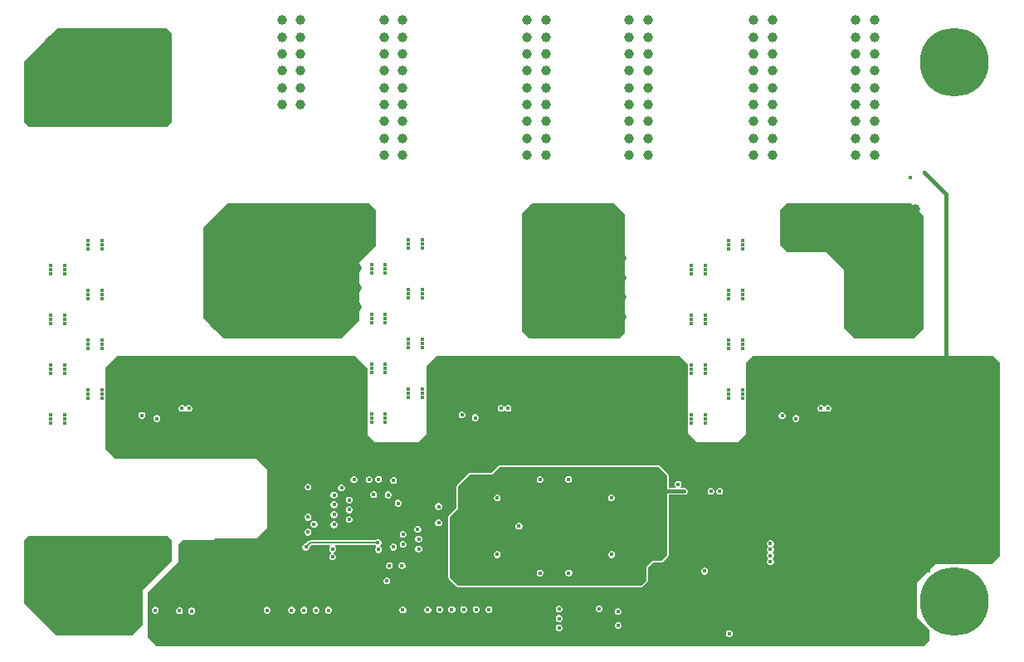
<source format=gbr>
%TF.GenerationSoftware,Altium Limited,Altium Designer,24.0.1 (36)*%
G04 Layer_Physical_Order=2*
G04 Layer_Color=36540*
%FSLAX45Y45*%
%MOMM*%
%TF.SameCoordinates,AD55DBC5-7C0D-423F-88F8-B269A012BA9E*%
%TF.FilePolarity,Positive*%
%TF.FileFunction,Copper,L2,Inr,Signal*%
%TF.Part,Single*%
G01*
G75*
%TA.AperFunction,Conductor*%
%ADD48C,0.20320*%
%ADD49C,0.38100*%
%TA.AperFunction,ComponentPad*%
%ADD54C,0.40000*%
%ADD55C,1.00000*%
%ADD56C,7.00000*%
%ADD57C,1.01600*%
%TA.AperFunction,ViaPad*%
%ADD58C,1.00000*%
%ADD59C,0.40000*%
G36*
X1453514Y6349988D02*
X1511220Y6292282D01*
Y5381534D01*
X1465126Y5335440D01*
X55062D01*
X10794Y5379708D01*
Y6010198D01*
X350584Y6349988D01*
X1453514Y6349988D01*
D02*
G37*
G36*
X6139180Y4452620D02*
X6139180Y3238500D01*
X6083300Y3182620D01*
X5158740D01*
X5087620Y3253740D01*
Y4460240D01*
X5189220Y4561840D01*
X6029960D01*
X6139180Y4452620D01*
D02*
G37*
G36*
X3600024Y4489876D02*
X3600024Y4130884D01*
X3431540Y3962400D01*
Y3368040D01*
X3246120Y3182620D01*
X2042160D01*
X1836420Y3388360D01*
Y4312920D01*
X2087880Y4564380D01*
X3525520D01*
X3600024Y4489876D01*
D02*
G37*
G36*
X9187180Y4432300D02*
X9187179Y3281679D01*
X9088120Y3182620D01*
X8481060D01*
X8369300Y3294380D01*
Y3883660D01*
X8191500Y4061460D01*
X7787640D01*
X7715876Y4133224D01*
Y4487536D01*
X7790180Y4561840D01*
X9057640D01*
X9187180Y4432300D01*
D02*
G37*
G36*
X9959943Y2938177D02*
Y955643D01*
X9880600Y876300D01*
X9306560D01*
X9116060Y685800D01*
Y335280D01*
X9240520Y210820D01*
Y96520D01*
X9183442Y39442D01*
X1357558D01*
X1272540Y124459D01*
Y589276D01*
X1582420Y899162D01*
Y1076960D01*
X1625756Y1120296D01*
X1919486Y1120297D01*
X1934352Y1123254D01*
X1946954Y1131675D01*
X1952824Y1140460D01*
X2375263Y1140460D01*
X2484120Y1249317D01*
Y1841500D01*
X2372360Y1953260D01*
X939800D01*
X840740Y2052320D01*
Y2887980D01*
X952500Y2999740D01*
X3388360Y2999740D01*
X3510280Y2877820D01*
X3510280Y2197100D01*
X3583940Y2123440D01*
X4030980D01*
X4109720Y2202180D01*
Y2893060D01*
X4216400Y2999740D01*
X6695440D01*
X6776720Y2918460D01*
Y2214880D01*
X6868163Y2123437D01*
X7289797D01*
X7376160Y2209800D01*
Y2933700D01*
X7442200Y2999740D01*
X9898380D01*
X9959943Y2938177D01*
D02*
G37*
G36*
X1510121Y1122528D02*
Y900521D01*
X1221740Y612140D01*
Y259080D01*
X1112520Y149860D01*
X340360D01*
X10160Y480060D01*
Y1122680D01*
X53340Y1165860D01*
X1466789D01*
X1510121Y1122528D01*
D02*
G37*
%LPC*%
G36*
X8216290Y2501580D02*
X8202270D01*
X8189318Y2496215D01*
X8181085Y2487982D01*
X8173720Y2487034D01*
X8166355Y2487982D01*
X8158122Y2496215D01*
X8145170Y2501580D01*
X8131150D01*
X8118198Y2496215D01*
X8108285Y2486302D01*
X8102920Y2473350D01*
Y2459330D01*
X8108285Y2446378D01*
X8118198Y2436465D01*
X8131150Y2431100D01*
X8145170D01*
X8158122Y2436465D01*
X8166355Y2444698D01*
X8173720Y2445646D01*
X8181085Y2444698D01*
X8189318Y2436465D01*
X8202270Y2431100D01*
X8216290D01*
X8229242Y2436465D01*
X8239155Y2446378D01*
X8244520Y2459330D01*
Y2473350D01*
X8239155Y2486302D01*
X8229242Y2496215D01*
X8216290Y2501580D01*
D02*
G37*
G36*
X4952170D02*
X4938150D01*
X4925198Y2496215D01*
X4916966Y2487982D01*
X4909600Y2487034D01*
X4902235Y2487982D01*
X4894002Y2496215D01*
X4881050Y2501580D01*
X4867030D01*
X4854078Y2496215D01*
X4844165Y2486302D01*
X4838800Y2473350D01*
Y2459330D01*
X4844165Y2446378D01*
X4854078Y2436465D01*
X4867030Y2431100D01*
X4881050D01*
X4894002Y2436465D01*
X4902235Y2444698D01*
X4909600Y2445646D01*
X4916966Y2444698D01*
X4925198Y2436465D01*
X4938150Y2431100D01*
X4952170D01*
X4965122Y2436465D01*
X4975035Y2446378D01*
X4980400Y2459330D01*
Y2473350D01*
X4975035Y2486302D01*
X4965122Y2496215D01*
X4952170Y2501580D01*
D02*
G37*
G36*
X1695890D02*
X1681870D01*
X1668918Y2496215D01*
X1660686Y2487982D01*
X1653320Y2487034D01*
X1645955Y2487982D01*
X1637722Y2496215D01*
X1624770Y2501580D01*
X1610750D01*
X1597798Y2496215D01*
X1587885Y2486302D01*
X1582520Y2473350D01*
Y2459330D01*
X1587885Y2446378D01*
X1597798Y2436465D01*
X1610750Y2431100D01*
X1624770D01*
X1637722Y2436465D01*
X1645955Y2444698D01*
X1653320Y2445646D01*
X1660686Y2444698D01*
X1668918Y2436465D01*
X1681870Y2431100D01*
X1695890D01*
X1708842Y2436465D01*
X1718755Y2446378D01*
X1724120Y2459330D01*
Y2473350D01*
X1718755Y2486302D01*
X1708842Y2496215D01*
X1695890Y2501580D01*
D02*
G37*
G36*
X4482490Y2435540D02*
X4468470D01*
X4455518Y2430175D01*
X4445605Y2420262D01*
X4440240Y2407310D01*
Y2393290D01*
X4445605Y2380338D01*
X4455518Y2370425D01*
X4468470Y2365060D01*
X4482490D01*
X4495442Y2370425D01*
X4505355Y2380338D01*
X4510720Y2393290D01*
Y2407310D01*
X4505355Y2420262D01*
X4495442Y2430175D01*
X4482490Y2435540D01*
D02*
G37*
G36*
X1216050Y2430460D02*
X1202030D01*
X1189078Y2425095D01*
X1179165Y2415182D01*
X1173800Y2402230D01*
Y2388210D01*
X1179165Y2375258D01*
X1189078Y2365345D01*
X1202030Y2359980D01*
X1216050D01*
X1229002Y2365345D01*
X1238915Y2375258D01*
X1244280Y2388210D01*
Y2402230D01*
X1238915Y2415182D01*
X1229002Y2425095D01*
X1216050Y2430460D01*
D02*
G37*
G36*
X7748930Y2427920D02*
X7734910D01*
X7721958Y2422555D01*
X7712045Y2412642D01*
X7706680Y2399690D01*
Y2385670D01*
X7712045Y2372718D01*
X7721958Y2362805D01*
X7734910Y2357440D01*
X7748930D01*
X7761882Y2362805D01*
X7771795Y2372718D01*
X7777160Y2385670D01*
Y2399690D01*
X7771795Y2412642D01*
X7761882Y2422555D01*
X7748930Y2427920D01*
D02*
G37*
G36*
X4617110Y2406060D02*
X4603090D01*
X4590138Y2400695D01*
X4580225Y2390782D01*
X4574860Y2377830D01*
Y2363810D01*
X4580225Y2350858D01*
X4590138Y2340945D01*
X4603090Y2335580D01*
X4617110D01*
X4630062Y2340945D01*
X4639975Y2350858D01*
X4645340Y2363810D01*
Y2377830D01*
X4639975Y2390782D01*
X4630062Y2400695D01*
X4617110Y2406060D01*
D02*
G37*
G36*
X7888630Y2397440D02*
X7874610D01*
X7861658Y2392075D01*
X7851745Y2382162D01*
X7846380Y2369210D01*
Y2355190D01*
X7851745Y2342238D01*
X7861658Y2332325D01*
X7874610Y2326960D01*
X7888630D01*
X7901582Y2332325D01*
X7911495Y2342238D01*
X7916860Y2355190D01*
Y2369210D01*
X7911495Y2382162D01*
X7901582Y2392075D01*
X7888630Y2397440D01*
D02*
G37*
G36*
X1368450D02*
X1354430D01*
X1341478Y2392075D01*
X1331565Y2382162D01*
X1326200Y2369210D01*
Y2355190D01*
X1331565Y2342238D01*
X1341478Y2332325D01*
X1354430Y2326960D01*
X1368450D01*
X1381402Y2332325D01*
X1391315Y2342238D01*
X1396680Y2355190D01*
Y2369210D01*
X1391315Y2382162D01*
X1381402Y2392075D01*
X1368450Y2397440D01*
D02*
G37*
G36*
X3631590Y1777680D02*
X3617570D01*
X3604618Y1772315D01*
X3594705Y1762402D01*
X3589340Y1749450D01*
Y1735430D01*
X3594705Y1722478D01*
X3604618Y1712565D01*
X3617570Y1707200D01*
X3631590D01*
X3644542Y1712565D01*
X3654455Y1722478D01*
X3659820Y1735430D01*
Y1749450D01*
X3654455Y1762402D01*
X3644542Y1772315D01*
X3631590Y1777680D01*
D02*
G37*
G36*
X3535070Y1775140D02*
X3521050D01*
X3508098Y1769775D01*
X3498185Y1759862D01*
X3492820Y1746910D01*
Y1732890D01*
X3498185Y1719938D01*
X3508098Y1710025D01*
X3521050Y1704660D01*
X3535070D01*
X3548022Y1710025D01*
X3557935Y1719938D01*
X3563300Y1732890D01*
Y1746910D01*
X3557935Y1759862D01*
X3548022Y1769775D01*
X3535070Y1775140D01*
D02*
G37*
G36*
X3380130D02*
X3366110D01*
X3353158Y1769775D01*
X3343245Y1759862D01*
X3337880Y1746910D01*
Y1732890D01*
X3343245Y1719938D01*
X3353158Y1710025D01*
X3366110Y1704660D01*
X3380130D01*
X3393082Y1710025D01*
X3402995Y1719938D01*
X3408360Y1732890D01*
Y1746910D01*
X3402995Y1759862D01*
X3393082Y1769775D01*
X3380130Y1775140D01*
D02*
G37*
G36*
X3783990Y1764980D02*
X3769970D01*
X3757018Y1759615D01*
X3747105Y1749702D01*
X3741740Y1736750D01*
Y1722730D01*
X3747105Y1709778D01*
X3757018Y1699865D01*
X3769970Y1694500D01*
X3783990D01*
X3796942Y1699865D01*
X3806855Y1709778D01*
X3812220Y1722730D01*
Y1736750D01*
X3806855Y1749702D01*
X3796942Y1759615D01*
X3783990Y1764980D01*
D02*
G37*
G36*
X2910470Y1698940D02*
X2896450D01*
X2883498Y1693575D01*
X2873585Y1683662D01*
X2868220Y1670710D01*
Y1656690D01*
X2873585Y1643738D01*
X2883498Y1633825D01*
X2896450Y1628460D01*
X2910470D01*
X2923422Y1633825D01*
X2933335Y1643738D01*
X2938700Y1656690D01*
Y1670710D01*
X2933335Y1683662D01*
X2923422Y1693575D01*
X2910470Y1698940D01*
D02*
G37*
G36*
X3253130Y1691320D02*
X3239110D01*
X3226158Y1685955D01*
X3216245Y1676042D01*
X3210880Y1663090D01*
Y1649070D01*
X3216245Y1636118D01*
X3226158Y1626205D01*
X3239110Y1620840D01*
X3253130D01*
X3266082Y1626205D01*
X3275995Y1636118D01*
X3281360Y1649070D01*
Y1663090D01*
X3275995Y1676042D01*
X3266082Y1685955D01*
X3253130Y1691320D01*
D02*
G37*
G36*
X7111390Y1655760D02*
X7097370D01*
X7084418Y1650395D01*
X7074505Y1640482D01*
X7069140Y1627530D01*
Y1613510D01*
X7074505Y1600558D01*
X7084418Y1590645D01*
X7097370Y1585280D01*
X7111390D01*
X7124342Y1590645D01*
X7134255Y1600558D01*
X7139620Y1613510D01*
Y1627530D01*
X7134255Y1640482D01*
X7124342Y1650395D01*
X7111390Y1655760D01*
D02*
G37*
G36*
X7022490D02*
X7008470D01*
X6995518Y1650395D01*
X6985605Y1640482D01*
X6980240Y1627530D01*
Y1613510D01*
X6985605Y1600558D01*
X6995518Y1590645D01*
X7008470Y1585280D01*
X7022490D01*
X7035442Y1590645D01*
X7045355Y1600558D01*
X7050720Y1613510D01*
Y1627530D01*
X7045355Y1640482D01*
X7035442Y1650395D01*
X7022490Y1655760D01*
D02*
G37*
G36*
X4859020Y1885936D02*
X4847356Y1881104D01*
X4778527Y1812276D01*
X4559300D01*
X4547636Y1807444D01*
X4425716Y1685524D01*
X4420884Y1673860D01*
Y1452093D01*
X4341896Y1373104D01*
X4337064Y1361440D01*
Y739140D01*
X4341896Y727476D01*
X4420636Y648736D01*
X4432300Y643904D01*
X6304280D01*
X6315944Y648736D01*
X6366744Y699536D01*
X6371576Y711200D01*
Y846607D01*
X6422873Y897904D01*
X6515100D01*
X6526764Y902736D01*
X6580104Y956076D01*
X6584936Y967740D01*
Y1585558D01*
X6733479D01*
X6734150Y1585280D01*
X6748170D01*
X6761122Y1590645D01*
X6771035Y1600558D01*
X6776400Y1613510D01*
Y1627530D01*
X6771035Y1640482D01*
X6761122Y1650395D01*
X6748170Y1655760D01*
X6734150D01*
X6733479Y1655482D01*
X6712175D01*
X6706915Y1668182D01*
X6710411Y1671678D01*
X6715776Y1684630D01*
Y1698650D01*
X6710411Y1711602D01*
X6700498Y1721515D01*
X6687546Y1726880D01*
X6673526D01*
X6660574Y1721515D01*
X6650661Y1711602D01*
X6645296Y1698650D01*
Y1684630D01*
X6650661Y1671678D01*
X6654157Y1668182D01*
X6648897Y1655482D01*
X6584936D01*
Y1780540D01*
X6580104Y1792204D01*
X6491205Y1881103D01*
X6479541Y1885935D01*
X4859020Y1885936D01*
D02*
G37*
G36*
X3581189Y1621915D02*
X3567170D01*
X3554218Y1616550D01*
X3544305Y1606637D01*
X3538940Y1593685D01*
Y1579666D01*
X3544305Y1566714D01*
X3554218Y1556801D01*
X3567170Y1551436D01*
X3581189D01*
X3594142Y1556801D01*
X3604055Y1566714D01*
X3609420Y1579666D01*
Y1593685D01*
X3604055Y1606637D01*
X3594142Y1616550D01*
X3581189Y1621915D01*
D02*
G37*
G36*
X3728581Y1618354D02*
X3714562D01*
X3701609Y1612989D01*
X3691696Y1603076D01*
X3686331Y1590123D01*
Y1576104D01*
X3691696Y1563152D01*
X3701609Y1553239D01*
X3714562Y1547874D01*
X3728581D01*
X3741533Y1553239D01*
X3751446Y1563152D01*
X3756811Y1576104D01*
Y1590123D01*
X3751446Y1603076D01*
X3741533Y1612989D01*
X3728581Y1618354D01*
D02*
G37*
G36*
X3176930Y1617660D02*
X3162910D01*
X3149958Y1612295D01*
X3140045Y1602382D01*
X3134680Y1589430D01*
Y1575410D01*
X3140045Y1562458D01*
X3149958Y1552545D01*
X3162910Y1547180D01*
X3176930D01*
X3189882Y1552545D01*
X3199795Y1562458D01*
X3205160Y1575410D01*
Y1589430D01*
X3199795Y1602382D01*
X3189882Y1612295D01*
X3176930Y1617660D01*
D02*
G37*
G36*
X3331870Y1566860D02*
X3317850D01*
X3304898Y1561495D01*
X3294985Y1551582D01*
X3289620Y1538630D01*
Y1524610D01*
X3294985Y1511658D01*
X3304898Y1501745D01*
X3317850Y1496380D01*
X3331870D01*
X3344822Y1501745D01*
X3354735Y1511658D01*
X3360100Y1524610D01*
Y1538630D01*
X3354735Y1551582D01*
X3344822Y1561495D01*
X3331870Y1566860D01*
D02*
G37*
G36*
X3829710Y1534080D02*
X3815690D01*
X3802738Y1528715D01*
X3792825Y1518802D01*
X3787460Y1505850D01*
Y1491830D01*
X3792825Y1478878D01*
X3802738Y1468965D01*
X3815690Y1463600D01*
X3829710D01*
X3842662Y1468965D01*
X3852575Y1478878D01*
X3857940Y1491830D01*
Y1505850D01*
X3852575Y1518802D01*
X3842662Y1528715D01*
X3829710Y1534080D01*
D02*
G37*
G36*
X3176930Y1518600D02*
X3162910D01*
X3149958Y1513235D01*
X3140045Y1503322D01*
X3134680Y1490370D01*
Y1476350D01*
X3140045Y1463398D01*
X3149958Y1453485D01*
X3162910Y1448120D01*
X3176930D01*
X3189882Y1453485D01*
X3199795Y1463398D01*
X3205160Y1476350D01*
Y1490370D01*
X3199795Y1503322D01*
X3189882Y1513235D01*
X3176930Y1518600D01*
D02*
G37*
G36*
X4243730Y1499820D02*
X4229710D01*
X4216758Y1494455D01*
X4206845Y1484542D01*
X4201480Y1471590D01*
Y1457570D01*
X4206845Y1444618D01*
X4216758Y1434705D01*
X4229710Y1429340D01*
X4243730D01*
X4256682Y1434705D01*
X4266595Y1444618D01*
X4271960Y1457570D01*
Y1471590D01*
X4266595Y1484542D01*
X4256682Y1494455D01*
X4243730Y1499820D01*
D02*
G37*
G36*
X3331870Y1467800D02*
X3317850D01*
X3304898Y1462435D01*
X3294985Y1452522D01*
X3289620Y1439570D01*
Y1425550D01*
X3294985Y1412598D01*
X3304898Y1402685D01*
X3317850Y1397320D01*
X3331870D01*
X3344822Y1402685D01*
X3354735Y1412598D01*
X3360100Y1425550D01*
Y1439570D01*
X3354735Y1452522D01*
X3344822Y1462435D01*
X3331870Y1467800D01*
D02*
G37*
G36*
X3176930Y1417000D02*
X3162910D01*
X3149958Y1411635D01*
X3140045Y1401722D01*
X3134680Y1388770D01*
Y1374750D01*
X3140045Y1361798D01*
X3149958Y1351885D01*
X3162910Y1346520D01*
X3176930D01*
X3189882Y1351885D01*
X3199795Y1361798D01*
X3205160Y1374750D01*
Y1388770D01*
X3199795Y1401722D01*
X3189882Y1411635D01*
X3176930Y1417000D01*
D02*
G37*
G36*
X2911630Y1391600D02*
X2897610D01*
X2884658Y1386235D01*
X2874745Y1376322D01*
X2869380Y1363370D01*
Y1349350D01*
X2874745Y1336398D01*
X2884658Y1326485D01*
X2897610Y1321120D01*
X2911630D01*
X2924582Y1326485D01*
X2934495Y1336398D01*
X2939860Y1349350D01*
Y1363370D01*
X2934495Y1376322D01*
X2924582Y1386235D01*
X2911630Y1391600D01*
D02*
G37*
G36*
X3331870Y1368740D02*
X3317850D01*
X3304898Y1363375D01*
X3294985Y1353462D01*
X3289620Y1340510D01*
Y1326490D01*
X3294985Y1313538D01*
X3304898Y1303625D01*
X3317850Y1298260D01*
X3331870D01*
X3344822Y1303625D01*
X3354735Y1313538D01*
X3360100Y1326490D01*
Y1340510D01*
X3354735Y1353462D01*
X3344822Y1363375D01*
X3331870Y1368740D01*
D02*
G37*
G36*
X4243730Y1334450D02*
X4229710D01*
X4216758Y1329085D01*
X4206845Y1319172D01*
X4201480Y1306220D01*
Y1292200D01*
X4206845Y1279248D01*
X4216758Y1269335D01*
X4229710Y1263970D01*
X4243730D01*
X4256682Y1269335D01*
X4266595Y1279248D01*
X4271960Y1292200D01*
Y1306220D01*
X4266595Y1319172D01*
X4256682Y1329085D01*
X4243730Y1334450D01*
D02*
G37*
G36*
X2972460Y1319210D02*
X2958440D01*
X2945488Y1313845D01*
X2935575Y1303932D01*
X2930210Y1290980D01*
Y1276960D01*
X2935575Y1264008D01*
X2945488Y1254095D01*
X2958440Y1248730D01*
X2972460D01*
X2985412Y1254095D01*
X2995325Y1264008D01*
X3000690Y1276960D01*
Y1290980D01*
X2995325Y1303932D01*
X2985412Y1313845D01*
X2972460Y1319210D01*
D02*
G37*
G36*
X3176930Y1315400D02*
X3162910D01*
X3149958Y1310035D01*
X3140045Y1300122D01*
X3134680Y1287170D01*
Y1273150D01*
X3140045Y1260198D01*
X3149958Y1250285D01*
X3162910Y1244920D01*
X3176930D01*
X3189882Y1250285D01*
X3199795Y1260198D01*
X3205160Y1273150D01*
Y1287170D01*
X3199795Y1300122D01*
X3189882Y1310035D01*
X3176930Y1315400D01*
D02*
G37*
G36*
X4030370Y1267140D02*
X4016350D01*
X4003398Y1261775D01*
X3993485Y1251862D01*
X3988120Y1238910D01*
Y1224890D01*
X3993485Y1211938D01*
X4003398Y1202025D01*
X4016350Y1196660D01*
X4030370D01*
X4043322Y1202025D01*
X4053235Y1211938D01*
X4058600Y1224890D01*
Y1238910D01*
X4053235Y1251862D01*
X4043322Y1261775D01*
X4030370Y1267140D01*
D02*
G37*
G36*
X2910470Y1239200D02*
X2896450D01*
X2883498Y1233835D01*
X2873585Y1223922D01*
X2868220Y1210970D01*
Y1196950D01*
X2873585Y1183998D01*
X2883498Y1174085D01*
X2896450Y1168720D01*
X2910470D01*
X2923422Y1174085D01*
X2933335Y1183998D01*
X2938700Y1196950D01*
Y1210970D01*
X2933335Y1223922D01*
X2923422Y1233835D01*
X2910470Y1239200D01*
D02*
G37*
G36*
X3880510Y1216340D02*
X3866490D01*
X3853538Y1210975D01*
X3843625Y1201062D01*
X3838260Y1188110D01*
Y1174090D01*
X3843625Y1161138D01*
X3853538Y1151225D01*
X3866490Y1145860D01*
X3880510D01*
X3893462Y1151225D01*
X3903375Y1161138D01*
X3908740Y1174090D01*
Y1188110D01*
X3903375Y1201062D01*
X3893462Y1210975D01*
X3880510Y1216340D01*
D02*
G37*
G36*
X4040530Y1168080D02*
X4026510D01*
X4013558Y1162715D01*
X4003645Y1152802D01*
X3998280Y1139850D01*
Y1125830D01*
X4003645Y1112878D01*
X4013558Y1102965D01*
X4026510Y1097600D01*
X4040530D01*
X4053482Y1102965D01*
X4063395Y1112878D01*
X4068760Y1125830D01*
Y1139850D01*
X4063395Y1152802D01*
X4053482Y1162715D01*
X4040530Y1168080D01*
D02*
G37*
G36*
X3880510Y1114740D02*
X3866490D01*
X3853538Y1109375D01*
X3843625Y1099462D01*
X3838260Y1086510D01*
Y1072490D01*
X3843625Y1059538D01*
X3853538Y1049625D01*
X3866490Y1044260D01*
X3880510D01*
X3893462Y1049625D01*
X3903375Y1059538D01*
X3908740Y1072490D01*
Y1086510D01*
X3903375Y1099462D01*
X3893462Y1109375D01*
X3880510Y1114740D01*
D02*
G37*
G36*
X3782274Y1086653D02*
X3768255D01*
X3755303Y1081288D01*
X3745390Y1071375D01*
X3740025Y1058423D01*
Y1044403D01*
X3745390Y1031451D01*
X3755303Y1021538D01*
X3768255Y1016173D01*
X3782274D01*
X3795226Y1021538D01*
X3805139Y1031451D01*
X3810504Y1044403D01*
Y1058423D01*
X3805139Y1071375D01*
X3795226Y1081288D01*
X3782274Y1086653D01*
D02*
G37*
G36*
X4040530Y1066480D02*
X4026510D01*
X4013558Y1061115D01*
X4003645Y1051202D01*
X3998280Y1038250D01*
Y1024230D01*
X4003645Y1011278D01*
X4013558Y1001365D01*
X4026510Y996000D01*
X4040530D01*
X4053482Y1001365D01*
X4063395Y1011278D01*
X4068760Y1024230D01*
Y1038250D01*
X4063395Y1051202D01*
X4053482Y1061115D01*
X4040530Y1066480D01*
D02*
G37*
G36*
X3623970Y1129980D02*
X3609950D01*
X3596998Y1124615D01*
X3593021Y1120638D01*
X2925840D01*
X2915930Y1118666D01*
X2907528Y1113052D01*
X2881275Y1086800D01*
X2875651D01*
X2862698Y1081435D01*
X2852785Y1071522D01*
X2847420Y1058570D01*
Y1044550D01*
X2852785Y1031598D01*
X2862698Y1021685D01*
X2875651Y1016320D01*
X2889670D01*
X2902622Y1021685D01*
X2912535Y1031598D01*
X2917900Y1044550D01*
Y1050175D01*
X2936567Y1068842D01*
X3124154D01*
X3129415Y1056142D01*
X3124474Y1051202D01*
X3119109Y1038250D01*
Y1024230D01*
X3124474Y1011278D01*
X3134387Y1001365D01*
X3140717Y998743D01*
Y984997D01*
X3134387Y982375D01*
X3124474Y972462D01*
X3119109Y959510D01*
Y945490D01*
X3124474Y932538D01*
X3134387Y922625D01*
X3147339Y917260D01*
X3161359D01*
X3174311Y922625D01*
X3184224Y932538D01*
X3189589Y945490D01*
Y959510D01*
X3184224Y972462D01*
X3174311Y982375D01*
X3167981Y984997D01*
Y998743D01*
X3174311Y1001365D01*
X3184224Y1011278D01*
X3189589Y1024230D01*
Y1038250D01*
X3184224Y1051202D01*
X3179283Y1056142D01*
X3184544Y1068842D01*
X3593021D01*
X3595734Y1066129D01*
X3597006Y1064363D01*
X3597223Y1051025D01*
X3592768Y1046570D01*
X3587403Y1033618D01*
Y1019599D01*
X3592768Y1006646D01*
X3602681Y996733D01*
X3615633Y991368D01*
X3629653D01*
X3642605Y996733D01*
X3652518Y1006646D01*
X3657883Y1019599D01*
Y1033618D01*
X3652518Y1046570D01*
X3643869Y1055219D01*
X3642597Y1056986D01*
X3642380Y1070323D01*
X3646835Y1074778D01*
X3652200Y1087730D01*
Y1101750D01*
X3646835Y1114702D01*
X3636922Y1124615D01*
X3623970Y1129980D01*
D02*
G37*
G36*
X7629550Y1122360D02*
X7615530D01*
X7602578Y1116995D01*
X7592665Y1107082D01*
X7587300Y1094130D01*
Y1080110D01*
X7592665Y1067158D01*
X7594887Y1064937D01*
X7602055Y1056640D01*
X7594887Y1048343D01*
X7592665Y1046122D01*
X7587300Y1033170D01*
Y1019150D01*
X7592665Y1006198D01*
X7594887Y1003977D01*
X7602055Y995680D01*
X7594887Y987383D01*
X7592665Y985162D01*
X7587300Y972210D01*
Y958190D01*
X7592665Y945238D01*
X7596157Y941747D01*
X7601394Y933450D01*
X7596157Y925153D01*
X7592665Y921662D01*
X7587300Y908710D01*
Y894690D01*
X7592665Y881738D01*
X7602578Y871825D01*
X7615530Y866460D01*
X7629550D01*
X7642502Y871825D01*
X7652415Y881738D01*
X7657780Y894690D01*
Y908710D01*
X7652415Y921662D01*
X7648923Y925153D01*
X7643686Y933450D01*
X7648923Y941747D01*
X7652415Y945238D01*
X7657780Y958190D01*
Y972210D01*
X7652415Y985162D01*
X7650193Y987383D01*
X7643025Y995680D01*
X7650193Y1003977D01*
X7652415Y1006198D01*
X7657780Y1019150D01*
Y1033170D01*
X7652415Y1046122D01*
X7650193Y1048343D01*
X7643025Y1056640D01*
X7650193Y1064937D01*
X7652415Y1067158D01*
X7657780Y1080110D01*
Y1094130D01*
X7652415Y1107082D01*
X7642502Y1116995D01*
X7629550Y1122360D01*
D02*
G37*
G36*
X3870350Y896300D02*
X3856330D01*
X3843378Y890935D01*
X3833465Y881022D01*
X3828100Y868070D01*
Y854050D01*
X3833465Y841098D01*
X3843378Y831185D01*
X3856330Y825820D01*
X3870350D01*
X3883302Y831185D01*
X3893215Y841098D01*
X3898580Y854050D01*
Y868070D01*
X3893215Y881022D01*
X3883302Y890935D01*
X3870350Y896300D01*
D02*
G37*
G36*
X3741348Y896260D02*
X3727328D01*
X3714376Y890895D01*
X3704463Y880982D01*
X3699098Y868030D01*
Y854010D01*
X3704463Y841058D01*
X3714376Y831145D01*
X3727328Y825780D01*
X3741348D01*
X3754300Y831145D01*
X3764213Y841058D01*
X3769578Y854010D01*
Y868030D01*
X3764213Y880982D01*
X3754300Y890895D01*
X3741348Y896260D01*
D02*
G37*
G36*
X6957367Y842043D02*
X6943348D01*
X6930395Y836678D01*
X6920482Y826764D01*
X6915117Y813812D01*
Y799793D01*
X6920482Y786841D01*
X6930395Y776928D01*
X6943348Y771563D01*
X6957367D01*
X6970319Y776928D01*
X6980232Y786841D01*
X6985597Y799793D01*
Y813812D01*
X6980232Y826764D01*
X6970319Y836678D01*
X6957367Y842043D01*
D02*
G37*
G36*
X3714490Y741360D02*
X3700470D01*
X3687518Y735995D01*
X3677605Y726082D01*
X3672240Y713130D01*
Y699110D01*
X3677605Y686158D01*
X3687518Y676245D01*
X3700470Y670880D01*
X3714490D01*
X3727442Y676245D01*
X3737355Y686158D01*
X3742720Y699110D01*
Y713130D01*
X3737355Y726082D01*
X3727442Y735995D01*
X3714490Y741360D01*
D02*
G37*
G36*
X5881242Y456093D02*
X5867223D01*
X5854271Y450728D01*
X5844358Y440814D01*
X5838993Y427862D01*
Y413843D01*
X5844358Y400891D01*
X5854271Y390978D01*
X5867223Y385613D01*
X5881242D01*
X5894194Y390978D01*
X5904108Y400891D01*
X5909473Y413843D01*
Y427862D01*
X5904108Y440814D01*
X5894194Y450728D01*
X5881242Y456093D01*
D02*
G37*
G36*
X5473090Y454340D02*
X5459070D01*
X5446118Y448975D01*
X5436205Y439062D01*
X5430840Y426110D01*
Y412090D01*
X5436205Y399138D01*
X5446118Y389225D01*
X5459070Y383860D01*
X5473090D01*
X5486042Y389225D01*
X5495955Y399138D01*
X5501320Y412090D01*
Y426110D01*
X5495955Y439062D01*
X5486042Y448975D01*
X5473090Y454340D01*
D02*
G37*
G36*
X4756810Y449260D02*
X4742790D01*
X4729838Y443895D01*
X4719925Y433982D01*
X4714560Y421030D01*
Y407010D01*
X4719925Y394058D01*
X4729838Y384145D01*
X4742790Y378780D01*
X4756810D01*
X4769762Y384145D01*
X4779675Y394058D01*
X4785040Y407010D01*
Y421030D01*
X4779675Y433982D01*
X4769762Y443895D01*
X4756810Y449260D01*
D02*
G37*
G36*
X4627270D02*
X4613250D01*
X4600298Y443895D01*
X4590385Y433982D01*
X4585020Y421030D01*
Y407010D01*
X4590385Y394058D01*
X4600298Y384145D01*
X4613250Y378780D01*
X4627270D01*
X4640222Y384145D01*
X4650135Y394058D01*
X4655500Y407010D01*
Y421030D01*
X4650135Y433982D01*
X4640222Y443895D01*
X4627270Y449260D01*
D02*
G37*
G36*
X4500270D02*
X4486250D01*
X4473298Y443895D01*
X4463385Y433982D01*
X4458020Y421030D01*
Y407010D01*
X4463385Y394058D01*
X4473298Y384145D01*
X4486250Y378780D01*
X4500270D01*
X4513222Y384145D01*
X4523135Y394058D01*
X4528500Y407010D01*
Y421030D01*
X4523135Y433982D01*
X4513222Y443895D01*
X4500270Y449260D01*
D02*
G37*
G36*
X4378350D02*
X4364330D01*
X4351378Y443895D01*
X4341465Y433982D01*
X4336100Y421030D01*
Y407010D01*
X4341465Y394058D01*
X4351378Y384145D01*
X4364330Y378780D01*
X4378350D01*
X4391302Y384145D01*
X4401215Y394058D01*
X4406580Y407010D01*
Y421030D01*
X4401215Y433982D01*
X4391302Y443895D01*
X4378350Y449260D01*
D02*
G37*
G36*
X4253890D02*
X4239870D01*
X4226918Y443895D01*
X4217005Y433982D01*
X4211640Y421030D01*
Y407010D01*
X4217005Y394058D01*
X4226918Y384145D01*
X4239870Y378780D01*
X4253890D01*
X4266842Y384145D01*
X4276755Y394058D01*
X4282120Y407010D01*
Y421030D01*
X4276755Y433982D01*
X4266842Y443895D01*
X4253890Y449260D01*
D02*
G37*
G36*
X4131970Y446720D02*
X4117950D01*
X4104998Y441355D01*
X4095085Y431442D01*
X4089720Y418490D01*
Y404470D01*
X4095085Y391518D01*
X4104998Y381605D01*
X4117950Y376240D01*
X4131970D01*
X4144922Y381605D01*
X4154835Y391518D01*
X4160200Y404470D01*
Y418490D01*
X4154835Y431442D01*
X4144922Y441355D01*
X4131970Y446720D01*
D02*
G37*
G36*
X3877970Y444180D02*
X3863950D01*
X3850998Y438815D01*
X3841085Y428902D01*
X3835720Y415950D01*
Y401930D01*
X3841085Y388978D01*
X3850998Y379065D01*
X3863950Y373700D01*
X3877970D01*
X3890922Y379065D01*
X3900835Y388978D01*
X3906200Y401930D01*
Y415950D01*
X3900835Y428902D01*
X3890922Y438815D01*
X3877970Y444180D01*
D02*
G37*
G36*
X2993670Y441800D02*
X2979650D01*
X2966698Y436435D01*
X2956785Y426522D01*
X2951420Y413570D01*
Y399550D01*
X2956785Y386598D01*
X2966698Y376685D01*
X2979650Y371320D01*
X2993670D01*
X3006622Y376685D01*
X3016535Y386598D01*
X3021900Y399550D01*
Y413570D01*
X3016535Y426522D01*
X3006622Y436435D01*
X2993670Y441800D01*
D02*
G37*
G36*
X2868670D02*
X2854650D01*
X2841698Y436435D01*
X2831785Y426522D01*
X2826420Y413570D01*
Y399550D01*
X2831785Y386598D01*
X2841698Y376685D01*
X2854650Y371320D01*
X2868670D01*
X2881622Y376685D01*
X2891535Y386598D01*
X2896900Y399550D01*
Y413570D01*
X2891535Y426522D01*
X2881622Y436435D01*
X2868670Y441800D01*
D02*
G37*
G36*
X2743670D02*
X2729650D01*
X2716698Y436435D01*
X2706785Y426522D01*
X2701420Y413570D01*
Y399550D01*
X2706785Y386598D01*
X2716698Y376685D01*
X2729650Y371320D01*
X2743670D01*
X2756622Y376685D01*
X2766535Y386598D01*
X2771900Y399550D01*
Y413570D01*
X2766535Y426522D01*
X2756622Y436435D01*
X2743670Y441800D01*
D02*
G37*
G36*
X2493670D02*
X2479650D01*
X2466698Y436435D01*
X2456785Y426522D01*
X2451420Y413570D01*
Y399550D01*
X2456785Y386598D01*
X2466698Y376685D01*
X2479650Y371320D01*
X2493670D01*
X2506622Y376685D01*
X2516535Y386598D01*
X2521900Y399550D01*
Y413570D01*
X2516535Y426522D01*
X2506622Y436435D01*
X2493670Y441800D01*
D02*
G37*
G36*
X1352290D02*
X1338270D01*
X1325318Y436435D01*
X1315405Y426522D01*
X1310040Y413570D01*
Y399550D01*
X1315405Y386598D01*
X1325318Y376685D01*
X1338270Y371320D01*
X1352290D01*
X1365242Y376685D01*
X1375155Y386598D01*
X1380520Y399550D01*
Y413570D01*
X1375155Y426522D01*
X1365242Y436435D01*
X1352290Y441800D01*
D02*
G37*
G36*
X3118510Y441640D02*
X3104490D01*
X3091538Y436275D01*
X3081625Y426362D01*
X3076260Y413410D01*
Y399390D01*
X3081625Y386438D01*
X3091538Y376525D01*
X3104490Y371160D01*
X3118510D01*
X3131462Y376525D01*
X3141375Y386438D01*
X3146740Y399390D01*
Y413410D01*
X3141375Y426362D01*
X3131462Y436275D01*
X3118510Y441640D01*
D02*
G37*
G36*
X1599590Y436560D02*
X1585570D01*
X1572618Y431195D01*
X1562705Y421282D01*
X1557340Y408330D01*
Y394310D01*
X1562705Y381358D01*
X1572618Y371445D01*
X1585570Y366080D01*
X1599590D01*
X1612542Y371445D01*
X1622455Y381358D01*
X1627820Y394310D01*
Y408330D01*
X1622455Y421282D01*
X1612542Y431195D01*
X1599590Y436560D01*
D02*
G37*
G36*
X1724050Y434020D02*
X1710030D01*
X1697078Y428655D01*
X1687165Y418742D01*
X1681800Y405790D01*
Y391770D01*
X1687165Y378818D01*
X1697078Y368905D01*
X1710030Y363540D01*
X1724050D01*
X1737002Y368905D01*
X1746915Y378818D01*
X1752280Y391770D01*
Y405790D01*
X1746915Y418742D01*
X1737002Y428655D01*
X1724050Y434020D01*
D02*
G37*
G36*
X6075070Y428940D02*
X6061050D01*
X6048098Y423575D01*
X6038185Y413662D01*
X6032820Y400710D01*
Y386690D01*
X6038185Y373738D01*
X6048098Y363825D01*
X6061050Y358460D01*
X6075070D01*
X6088022Y363825D01*
X6097935Y373738D01*
X6103300Y386690D01*
Y400710D01*
X6097935Y413662D01*
X6088022Y423575D01*
X6075070Y428940D01*
D02*
G37*
G36*
X5473090Y357820D02*
X5459070D01*
X5446118Y352455D01*
X5436205Y342542D01*
X5430840Y329590D01*
Y315570D01*
X5436205Y302618D01*
X5446118Y292705D01*
X5459070Y287340D01*
X5473090D01*
X5486042Y292705D01*
X5495955Y302618D01*
X5501320Y315570D01*
Y329590D01*
X5495955Y342542D01*
X5486042Y352455D01*
X5473090Y357820D01*
D02*
G37*
G36*
X6075070Y286700D02*
X6061050D01*
X6048098Y281335D01*
X6038185Y271422D01*
X6032820Y258470D01*
Y244450D01*
X6038185Y231498D01*
X6048098Y221585D01*
X6061050Y216220D01*
X6075070D01*
X6088022Y221585D01*
X6097935Y231498D01*
X6103300Y244450D01*
Y258470D01*
X6097935Y271422D01*
X6088022Y281335D01*
X6075070Y286700D01*
D02*
G37*
G36*
X5473090Y261300D02*
X5459070D01*
X5446118Y255935D01*
X5436205Y246022D01*
X5430840Y233070D01*
Y219050D01*
X5436205Y206098D01*
X5446118Y196185D01*
X5459070Y190820D01*
X5473090D01*
X5486042Y196185D01*
X5495955Y206098D01*
X5501320Y219050D01*
Y233070D01*
X5495955Y246022D01*
X5486042Y255935D01*
X5473090Y261300D01*
D02*
G37*
G36*
X7207910Y203170D02*
X7193890D01*
X7180938Y197805D01*
X7171025Y187892D01*
X7165660Y174939D01*
Y160920D01*
X7171025Y147968D01*
X7180938Y138055D01*
X7193890Y132690D01*
X7207910D01*
X7220862Y138055D01*
X7230775Y147968D01*
X7236140Y160920D01*
Y174939D01*
X7230775Y187892D01*
X7220862Y197805D01*
X7207910Y203170D01*
D02*
G37*
%LPD*%
G36*
X6479541Y1869439D02*
X6568440Y1780540D01*
Y967740D01*
X6515100Y914400D01*
X6416040D01*
X6355080Y853440D01*
Y711200D01*
X6304280Y660400D01*
X4432300D01*
X4353560Y739140D01*
Y1361440D01*
X4437380Y1445260D01*
Y1673860D01*
X4559300Y1795780D01*
X4785360D01*
X4859020Y1869440D01*
X6479541Y1869439D01*
D02*
G37*
%LPC*%
G36*
X5569610Y1777920D02*
X5555590D01*
X5542638Y1772555D01*
X5532725Y1762642D01*
X5527360Y1749689D01*
Y1735670D01*
X5532725Y1722718D01*
X5542638Y1712805D01*
X5555590Y1707440D01*
X5569610D01*
X5582562Y1712805D01*
X5592475Y1722718D01*
X5597840Y1735670D01*
Y1749689D01*
X5592475Y1762642D01*
X5582562Y1772555D01*
X5569610Y1777920D01*
D02*
G37*
G36*
X5277510Y1775380D02*
X5263490D01*
X5250538Y1770015D01*
X5240625Y1760102D01*
X5235260Y1747149D01*
Y1733130D01*
X5240625Y1720178D01*
X5250538Y1710265D01*
X5263490Y1704900D01*
X5277510D01*
X5290462Y1710265D01*
X5300375Y1720178D01*
X5305740Y1733130D01*
Y1747149D01*
X5300375Y1760102D01*
X5290462Y1770015D01*
X5277510Y1775380D01*
D02*
G37*
G36*
X6006490Y1589720D02*
X5992470D01*
X5979518Y1584355D01*
X5969605Y1574442D01*
X5964240Y1561490D01*
Y1547470D01*
X5969605Y1534518D01*
X5979518Y1524605D01*
X5992470Y1519240D01*
X6006490D01*
X6019442Y1524605D01*
X6029355Y1534518D01*
X6034720Y1547470D01*
Y1561490D01*
X6029355Y1574442D01*
X6019442Y1584355D01*
X6006490Y1589720D01*
D02*
G37*
G36*
X4840630D02*
X4826610D01*
X4813658Y1584355D01*
X4803745Y1574442D01*
X4798380Y1561490D01*
Y1547470D01*
X4803745Y1534518D01*
X4813658Y1524605D01*
X4826610Y1519240D01*
X4840630D01*
X4853582Y1524605D01*
X4863495Y1534518D01*
X4868860Y1547470D01*
Y1561490D01*
X4863495Y1574442D01*
X4853582Y1584355D01*
X4840630Y1589720D01*
D02*
G37*
G36*
X5063577Y1300160D02*
X5049558D01*
X5036606Y1294795D01*
X5026693Y1284882D01*
X5021328Y1271930D01*
Y1257910D01*
X5026693Y1244958D01*
X5036606Y1235045D01*
X5049558Y1229680D01*
X5063577D01*
X5076529Y1235045D01*
X5086442Y1244958D01*
X5091807Y1257910D01*
Y1271930D01*
X5086442Y1284882D01*
X5076529Y1294795D01*
X5063577Y1300160D01*
D02*
G37*
G36*
X6009030Y1010600D02*
X5995010D01*
X5982058Y1005235D01*
X5972145Y995322D01*
X5966780Y982370D01*
Y968350D01*
X5972145Y955398D01*
X5982058Y945485D01*
X5995010Y940120D01*
X6009030D01*
X6021982Y945485D01*
X6031895Y955398D01*
X6037260Y968350D01*
Y982370D01*
X6031895Y995322D01*
X6021982Y1005235D01*
X6009030Y1010600D01*
D02*
G37*
G36*
X4840578Y1010102D02*
X4826559D01*
X4813607Y1004737D01*
X4803694Y994824D01*
X4798329Y981872D01*
Y967853D01*
X4803694Y954900D01*
X4813607Y944987D01*
X4826559Y939622D01*
X4840578D01*
X4853531Y944987D01*
X4863444Y954900D01*
X4868809Y967853D01*
Y981872D01*
X4863444Y994824D01*
X4853531Y1004737D01*
X4840578Y1010102D01*
D02*
G37*
G36*
X5572150Y822400D02*
X5558130D01*
X5545178Y817035D01*
X5535265Y807122D01*
X5529900Y794170D01*
Y780151D01*
X5535265Y767198D01*
X5545178Y757285D01*
X5558130Y751920D01*
X5572150D01*
X5585102Y757285D01*
X5595015Y767198D01*
X5600380Y780151D01*
Y794170D01*
X5595015Y807122D01*
X5585102Y817035D01*
X5572150Y822400D01*
D02*
G37*
G36*
X5277510D02*
X5263490D01*
X5250538Y817035D01*
X5240625Y807122D01*
X5235260Y794170D01*
Y780151D01*
X5240625Y767198D01*
X5250538Y757285D01*
X5263490Y751920D01*
X5277510D01*
X5290462Y757285D01*
X5300375Y767198D01*
X5305740Y780151D01*
Y794170D01*
X5300375Y807122D01*
X5290462Y817035D01*
X5277510Y822400D01*
D02*
G37*
%LPD*%
D48*
X2925840Y1094740D02*
X3616960D01*
X2882660Y1051560D02*
X2925840Y1094740D01*
D49*
X9413240Y2938557D02*
Y4655820D01*
X9194800Y4874260D02*
X9413240Y4655820D01*
X6540500Y1620520D02*
X6741160D01*
D54*
D03*
D55*
X1448480Y5393123D02*
D03*
X71800D02*
D03*
X760140D02*
D03*
X415970D02*
D03*
X243885D02*
D03*
X932225D02*
D03*
X588055D02*
D03*
X1104310D02*
D03*
X1276395D02*
D03*
X1448480Y5583623D02*
D03*
X71800D02*
D03*
X760140D02*
D03*
X415970D02*
D03*
X243885D02*
D03*
X932225D02*
D03*
X588055D02*
D03*
X1104310D02*
D03*
X1276395D02*
D03*
X1448480Y922723D02*
D03*
X71800D02*
D03*
X760140D02*
D03*
X415970D02*
D03*
X243885D02*
D03*
X932225D02*
D03*
X588055D02*
D03*
X1104310D02*
D03*
X1276395D02*
D03*
X1448480Y1113223D02*
D03*
X71800D02*
D03*
X760140D02*
D03*
X415970D02*
D03*
X243885D02*
D03*
X932225D02*
D03*
X588055D02*
D03*
X1104310D02*
D03*
X1276395D02*
D03*
X2829560Y5912505D02*
D03*
Y5568335D02*
D03*
Y6256675D02*
D03*
Y6084590D02*
D03*
Y5740420D02*
D03*
Y6428760D02*
D03*
X2639060Y5912505D02*
D03*
Y5568335D02*
D03*
Y6256675D02*
D03*
Y6084590D02*
D03*
Y5740420D02*
D03*
Y6428760D02*
D03*
X3869557Y5224165D02*
D03*
Y5396250D02*
D03*
Y5912505D02*
D03*
Y5568335D02*
D03*
Y6256675D02*
D03*
Y6084590D02*
D03*
Y5740420D02*
D03*
Y6428760D02*
D03*
Y5052080D02*
D03*
X3679057Y5224165D02*
D03*
Y5396250D02*
D03*
Y5912505D02*
D03*
Y5568335D02*
D03*
Y6256675D02*
D03*
Y6084590D02*
D03*
Y5740420D02*
D03*
Y6428760D02*
D03*
Y5052080D02*
D03*
X5329623Y5224165D02*
D03*
Y5396250D02*
D03*
Y5912505D02*
D03*
Y5568335D02*
D03*
Y6256675D02*
D03*
Y6084590D02*
D03*
Y5740420D02*
D03*
Y6428760D02*
D03*
Y5052080D02*
D03*
X5139123Y5224165D02*
D03*
Y5396250D02*
D03*
Y5912505D02*
D03*
Y5568335D02*
D03*
Y6256675D02*
D03*
Y6084590D02*
D03*
Y5740420D02*
D03*
Y6428760D02*
D03*
Y5052080D02*
D03*
X6369620Y5224165D02*
D03*
Y5396250D02*
D03*
Y5912505D02*
D03*
Y5568335D02*
D03*
Y6256675D02*
D03*
Y6084590D02*
D03*
Y5740420D02*
D03*
Y6428760D02*
D03*
Y5052080D02*
D03*
X6179120Y5224165D02*
D03*
Y5396250D02*
D03*
Y5912505D02*
D03*
Y5568335D02*
D03*
Y6256675D02*
D03*
Y6084590D02*
D03*
Y5740420D02*
D03*
Y6428760D02*
D03*
Y5052080D02*
D03*
X7642426Y5224165D02*
D03*
Y5396250D02*
D03*
Y5912505D02*
D03*
Y5568335D02*
D03*
Y6256675D02*
D03*
Y6084590D02*
D03*
Y5740420D02*
D03*
Y6428760D02*
D03*
Y5052080D02*
D03*
X7451926Y5224165D02*
D03*
Y5396250D02*
D03*
Y5912505D02*
D03*
Y5568335D02*
D03*
Y6256675D02*
D03*
Y6084590D02*
D03*
Y5740420D02*
D03*
Y6428760D02*
D03*
Y5052080D02*
D03*
X8682423Y5224165D02*
D03*
Y5396250D02*
D03*
Y5912505D02*
D03*
Y5568335D02*
D03*
Y6256675D02*
D03*
Y6084590D02*
D03*
Y5740420D02*
D03*
Y6428760D02*
D03*
Y5052080D02*
D03*
X8491923Y5224165D02*
D03*
Y5396250D02*
D03*
Y5912505D02*
D03*
Y5568335D02*
D03*
Y6256675D02*
D03*
Y6084590D02*
D03*
Y5740420D02*
D03*
Y6428760D02*
D03*
Y5052080D02*
D03*
D56*
X8719820Y3533140D02*
D03*
X5438140D02*
D03*
X2186940D02*
D03*
X9499384Y500001D02*
D03*
Y6000012D02*
D03*
X499366Y500001D02*
D03*
Y6000012D02*
D03*
D57*
X8450580Y3533140D02*
D03*
X8585200Y3299971D02*
D03*
X8854440D02*
D03*
X8989060Y3533140D02*
D03*
X8854440Y3766309D02*
D03*
X8585200D02*
D03*
X5168900Y3533140D02*
D03*
X5303520Y3299971D02*
D03*
X5572760D02*
D03*
X5707380Y3533140D02*
D03*
X5572760Y3766309D02*
D03*
X5303520D02*
D03*
X1917700Y3533140D02*
D03*
X2052320Y3299971D02*
D03*
X2321560D02*
D03*
X2456180Y3533140D02*
D03*
X2321560Y3766309D02*
D03*
X2052320D02*
D03*
X9364764Y733170D02*
D03*
X9634004D02*
D03*
X9768624Y500001D02*
D03*
X9634004Y266832D02*
D03*
X9364764D02*
D03*
X9230144Y500001D02*
D03*
X9364764Y6233181D02*
D03*
X9634004D02*
D03*
X9768624Y6000012D02*
D03*
X9634004Y5766843D02*
D03*
X9364764D02*
D03*
X9230144Y6000012D02*
D03*
X364746Y733170D02*
D03*
X633986D02*
D03*
X768606Y500001D02*
D03*
X633986Y266832D02*
D03*
X364746D02*
D03*
X230126Y500001D02*
D03*
X364746Y6233181D02*
D03*
X633986D02*
D03*
X768606Y6000012D02*
D03*
X633986Y5766843D02*
D03*
X364746D02*
D03*
X230126Y6000012D02*
D03*
D58*
X8500000Y4100000D02*
D03*
Y4300000D02*
D03*
Y4500000D02*
D03*
Y3900000D02*
D03*
X8600000Y4200000D02*
D03*
Y4400000D02*
D03*
Y4000000D02*
D03*
X8700000Y4100000D02*
D03*
Y4300000D02*
D03*
Y4500000D02*
D03*
Y3900000D02*
D03*
X8800000Y4200000D02*
D03*
Y4400000D02*
D03*
Y4000000D02*
D03*
X8900000Y4100000D02*
D03*
Y4300000D02*
D03*
Y4500000D02*
D03*
Y3900000D02*
D03*
X9000000Y4200000D02*
D03*
Y4400000D02*
D03*
Y4000000D02*
D03*
Y3800000D02*
D03*
X9100000Y4300000D02*
D03*
Y4500000D02*
D03*
Y4100000D02*
D03*
Y3700000D02*
D03*
Y3500000D02*
D03*
Y3300000D02*
D03*
Y3900000D02*
D03*
X5200000Y4500000D02*
D03*
X5400000D02*
D03*
X5300000Y4400000D02*
D03*
X5200000Y4300000D02*
D03*
X5400000D02*
D03*
X5300000Y4200000D02*
D03*
X5200000Y4100000D02*
D03*
X5400000D02*
D03*
X5500000Y4000000D02*
D03*
X5300000D02*
D03*
X5700000D02*
D03*
X5400000Y3900000D02*
D03*
X5200000D02*
D03*
X5600000D02*
D03*
X5800000Y3700000D02*
D03*
Y3500000D02*
D03*
Y3300000D02*
D03*
Y3900000D02*
D03*
X5900000Y3800000D02*
D03*
Y3600000D02*
D03*
Y3400000D02*
D03*
Y4000000D02*
D03*
X6000000Y3700000D02*
D03*
Y3500000D02*
D03*
Y3300000D02*
D03*
Y3900000D02*
D03*
X6100000Y3800000D02*
D03*
Y3600000D02*
D03*
Y3400000D02*
D03*
Y4000000D02*
D03*
X2800000Y4100000D02*
D03*
Y4300000D02*
D03*
X2700000Y4200000D02*
D03*
X2600000Y4100000D02*
D03*
X2500000Y4000000D02*
D03*
X3100000D02*
D03*
X2900000D02*
D03*
X2700000D02*
D03*
X3300000D02*
D03*
X2700000Y3600000D02*
D03*
X2600000Y3700000D02*
D03*
X2800000D02*
D03*
X2700000Y3800000D02*
D03*
X2500000D02*
D03*
X2900000D02*
D03*
X3200000Y3900000D02*
D03*
X3000000D02*
D03*
X2800000D02*
D03*
X3400000D02*
D03*
X3300000Y3800000D02*
D03*
X3100000D02*
D03*
X3400000Y3700000D02*
D03*
X3200000D02*
D03*
X3000000D02*
D03*
X3300000Y3600000D02*
D03*
X3100000D02*
D03*
X2900000D02*
D03*
X3200000Y3500000D02*
D03*
X3000000D02*
D03*
X2800000D02*
D03*
X3400000D02*
D03*
X3100000Y3400000D02*
D03*
X2900000D02*
D03*
X2700000D02*
D03*
X3300000D02*
D03*
X3000000Y3300000D02*
D03*
X2800000D02*
D03*
X2600000D02*
D03*
X3200000D02*
D03*
X2100000Y4000000D02*
D03*
X1900000D02*
D03*
X2300000D02*
D03*
X2200000Y4100000D02*
D03*
X2000000D02*
D03*
X2400000D02*
D03*
X2300000Y4200000D02*
D03*
X2100000D02*
D03*
X1900000D02*
D03*
X2500000D02*
D03*
X2400000Y4300000D02*
D03*
X2200000D02*
D03*
X2000000D02*
D03*
X2600000D02*
D03*
X2500000Y4400000D02*
D03*
X2300000D02*
D03*
X2100000D02*
D03*
X2700000D02*
D03*
X2800000Y4500000D02*
D03*
X2200000D02*
D03*
X2400000D02*
D03*
X2600000D02*
D03*
D59*
X5617997Y323063D02*
D03*
X5724677D02*
D03*
Y231623D02*
D03*
X5617997D02*
D03*
X5724677Y414503D02*
D03*
X5617997D02*
D03*
X4945920Y363220D02*
D03*
X5103400D02*
D03*
X5027200D02*
D03*
X5023960Y107780D02*
D03*
X4947760D02*
D03*
X5105240D02*
D03*
X3519520Y363220D02*
D03*
X3677000D02*
D03*
X3600800D02*
D03*
X3597560Y107780D02*
D03*
X3521360D02*
D03*
X3678840D02*
D03*
X3309080Y363220D02*
D03*
X3466560D02*
D03*
X3390360D02*
D03*
X3387120Y107780D02*
D03*
X3310920D02*
D03*
X3468400D02*
D03*
X2132680Y363220D02*
D03*
X2290160D02*
D03*
X2213960D02*
D03*
X2210720Y107780D02*
D03*
X2134520D02*
D03*
X2292000D02*
D03*
X2077020D02*
D03*
X1919540D02*
D03*
X1995740D02*
D03*
X1998980Y363220D02*
D03*
X2075180D02*
D03*
X1917700D02*
D03*
X6814820Y2362200D02*
D03*
Y2319020D02*
D03*
Y2405380D02*
D03*
X6957341Y2362192D02*
D03*
X6957327Y2405372D02*
D03*
X6957356Y2319012D02*
D03*
Y2827012D02*
D03*
X6957327Y2913372D02*
D03*
X6957341Y2870192D02*
D03*
X6814820Y2913380D02*
D03*
Y2827020D02*
D03*
Y2870200D02*
D03*
X6957356Y3335012D02*
D03*
X6957327Y3421372D02*
D03*
X6957341Y3378192D02*
D03*
X6814820Y3421380D02*
D03*
Y3335020D02*
D03*
Y3378200D02*
D03*
X6957356Y3843012D02*
D03*
X6957327Y3929372D02*
D03*
X6957341Y3886192D02*
D03*
X6814820Y3929380D02*
D03*
Y3843020D02*
D03*
Y3886200D02*
D03*
X7194864Y4097012D02*
D03*
X7194893Y4183372D02*
D03*
X7194878Y4140192D02*
D03*
X7337400Y4183380D02*
D03*
Y4097020D02*
D03*
Y4140200D02*
D03*
X7194864Y3589012D02*
D03*
X7194893Y3675372D02*
D03*
X7194878Y3632192D02*
D03*
X7337400Y3675380D02*
D03*
Y3589020D02*
D03*
Y3632200D02*
D03*
X7194864Y3081012D02*
D03*
X7194893Y3167372D02*
D03*
X7194878Y3124192D02*
D03*
X7337400Y3167380D02*
D03*
Y3081020D02*
D03*
Y3124200D02*
D03*
X7194864Y2573012D02*
D03*
X7194893Y2659372D02*
D03*
X7194878Y2616192D02*
D03*
X7337400Y2659380D02*
D03*
Y2573020D02*
D03*
Y2616200D02*
D03*
X3550920Y2364740D02*
D03*
Y2321560D02*
D03*
Y2407920D02*
D03*
X3693441Y2364732D02*
D03*
X3693427Y2407912D02*
D03*
X3693456Y2321552D02*
D03*
Y2829552D02*
D03*
X3693427Y2915912D02*
D03*
X3693441Y2872732D02*
D03*
X3550920Y2915920D02*
D03*
Y2829560D02*
D03*
Y2872740D02*
D03*
X3693456Y3337552D02*
D03*
X3693427Y3423912D02*
D03*
X3693441Y3380732D02*
D03*
X3550920Y3423920D02*
D03*
Y3337560D02*
D03*
Y3380740D02*
D03*
X3693456Y3845552D02*
D03*
X3693427Y3931912D02*
D03*
X3693441Y3888732D02*
D03*
X3550920Y3931920D02*
D03*
Y3845560D02*
D03*
Y3888740D02*
D03*
X3930964Y4099552D02*
D03*
X3930993Y4185912D02*
D03*
X3930978Y4142732D02*
D03*
X4073500Y4185920D02*
D03*
Y4099560D02*
D03*
Y4142740D02*
D03*
X3930964Y3591552D02*
D03*
X3930993Y3677912D02*
D03*
X3930978Y3634732D02*
D03*
X4073500Y3677920D02*
D03*
Y3591560D02*
D03*
Y3634740D02*
D03*
X3930964Y3083552D02*
D03*
X3930993Y3169912D02*
D03*
X3930978Y3126732D02*
D03*
X4073500Y3169920D02*
D03*
Y3083560D02*
D03*
Y3126740D02*
D03*
X3930964Y2575552D02*
D03*
X3930993Y2661912D02*
D03*
X3930978Y2618732D02*
D03*
X4073500Y2661920D02*
D03*
Y2575560D02*
D03*
Y2618740D02*
D03*
X801980Y2616200D02*
D03*
Y2573020D02*
D03*
Y2659380D02*
D03*
X659458Y2616192D02*
D03*
X659473Y2659372D02*
D03*
X659444Y2573012D02*
D03*
X801980Y3124200D02*
D03*
Y3081020D02*
D03*
Y3167380D02*
D03*
X659458Y3124192D02*
D03*
X659473Y3167372D02*
D03*
X659444Y3081012D02*
D03*
X801980Y3632200D02*
D03*
Y3589020D02*
D03*
Y3675380D02*
D03*
X659458Y3632192D02*
D03*
X659473Y3675372D02*
D03*
X659444Y3589012D02*
D03*
X801980Y4140200D02*
D03*
Y4097020D02*
D03*
Y4183380D02*
D03*
X659458Y4140192D02*
D03*
X659473Y4183372D02*
D03*
X659444Y4097012D02*
D03*
X279400Y3886200D02*
D03*
Y3843020D02*
D03*
Y3929380D02*
D03*
X421921Y3886192D02*
D03*
X421907Y3929372D02*
D03*
X421936Y3843012D02*
D03*
X279400Y3378200D02*
D03*
Y3335020D02*
D03*
Y3421380D02*
D03*
X421921Y3378192D02*
D03*
X421907Y3421372D02*
D03*
X421936Y3335012D02*
D03*
X279400Y2870200D02*
D03*
Y2827020D02*
D03*
Y2913380D02*
D03*
X421921Y2870192D02*
D03*
X421907Y2913372D02*
D03*
X421936Y2827012D02*
D03*
Y2319012D02*
D03*
X421907Y2405372D02*
D03*
X421921Y2362192D02*
D03*
X279400Y2405380D02*
D03*
Y2319020D02*
D03*
Y2362200D02*
D03*
X9194800Y4874260D02*
D03*
X4023360Y1231900D02*
D03*
X9048640Y4823460D02*
D03*
X4236720Y1299210D02*
D03*
X1732280Y796640D02*
D03*
X1574800Y794100D02*
D03*
X7967980Y239060D02*
D03*
Y310180D02*
D03*
X7853680Y162860D02*
D03*
X7782560D02*
D03*
X8155940Y167940D02*
D03*
X8084820D02*
D03*
X8003540D02*
D03*
X7932420D02*
D03*
X6573520Y848360D02*
D03*
X6644640D02*
D03*
X6725920D02*
D03*
X6797040D02*
D03*
X6423660Y843280D02*
D03*
X6494780D02*
D03*
X6609080Y990600D02*
D03*
Y919480D02*
D03*
X8407400Y1343660D02*
D03*
X8615680D02*
D03*
X8511540D02*
D03*
Y1493520D02*
D03*
X8509000Y1196340D02*
D03*
X8615680Y1193800D02*
D03*
X8407400Y1196340D02*
D03*
X8615680Y1493520D02*
D03*
X8407400D02*
D03*
X5412740Y1264920D02*
D03*
X4444420Y1376680D02*
D03*
X4445290Y1222030D02*
D03*
X3591560Y1430020D02*
D03*
X3594100Y1181100D02*
D03*
X3591560Y1308100D02*
D03*
X3657600Y1430020D02*
D03*
X3660140Y1181100D02*
D03*
X3657600Y1308100D02*
D03*
X3721100D02*
D03*
X3723640Y1181100D02*
D03*
X3721100Y1430020D02*
D03*
X6680536Y1691640D02*
D03*
X6002020Y975360D02*
D03*
X4833569Y974862D02*
D03*
X4833620Y1554480D02*
D03*
X7914640Y947420D02*
D03*
Y876300D02*
D03*
Y795020D02*
D03*
Y723900D02*
D03*
Y1026160D02*
D03*
Y1097280D02*
D03*
X7736840Y909320D02*
D03*
X7807960D02*
D03*
X2540860Y997680D02*
D03*
X2371500Y663480D02*
D03*
X2433280Y725900D02*
D03*
X2479080Y935260D02*
D03*
X2142620Y757760D02*
D03*
X2784980Y903400D02*
D03*
X6439540Y188730D02*
D03*
X7009260Y1446140D02*
D03*
X6719700D02*
D03*
X6367800Y1447480D02*
D03*
X6367800Y1790380D02*
D03*
X7008940Y1791900D02*
D03*
X6720540D02*
D03*
X7071040Y1854000D02*
D03*
X6782640D02*
D03*
X7612380Y1308100D02*
D03*
X7675860Y1232220D02*
D03*
Y1387160D02*
D03*
X8739900Y1699580D02*
D03*
X7885079Y1544640D02*
D03*
X7556500Y449580D02*
D03*
X7635560Y387260D02*
D03*
X7475220Y388320D02*
D03*
X7413120Y450420D02*
D03*
X6743700Y167930D02*
D03*
X6896100D02*
D03*
X6847840Y584200D02*
D03*
X6896100Y528320D02*
D03*
Y640080D02*
D03*
X6802120Y530860D02*
D03*
Y640080D02*
D03*
X7015480Y1620520D02*
D03*
X7104380D02*
D03*
X7205980D02*
D03*
X6918936Y1620781D02*
D03*
X7133460Y1447800D02*
D03*
X6843900D02*
D03*
X6492000Y1442720D02*
D03*
X6492000Y1790700D02*
D03*
X6845060D02*
D03*
X7133460D02*
D03*
X9090660Y810260D02*
D03*
X9161780D02*
D03*
X9235440D02*
D03*
X8983980Y863600D02*
D03*
X9055100D02*
D03*
X9128760D02*
D03*
X9199880D02*
D03*
X9306560Y916940D02*
D03*
X9380220D02*
D03*
X9451340D02*
D03*
X9019540D02*
D03*
X9090660D02*
D03*
X9164320D02*
D03*
X9235440D02*
D03*
X9271000Y972820D02*
D03*
X9344660D02*
D03*
X9415780D02*
D03*
X8983980D02*
D03*
X9055100D02*
D03*
X9128760D02*
D03*
X9199880D02*
D03*
X9202420Y116840D02*
D03*
X9131300D02*
D03*
X9057640D02*
D03*
X8986520D02*
D03*
X9166860Y167640D02*
D03*
X9095740D02*
D03*
X9022080D02*
D03*
X8950960D02*
D03*
X1617760Y2466340D02*
D03*
X1688880D02*
D03*
X4874040D02*
D03*
X4945160D02*
D03*
X8209280D02*
D03*
X8138160D02*
D03*
X7622540Y901700D02*
D03*
Y965200D02*
D03*
Y1026160D02*
D03*
Y1087120D02*
D03*
X8021320Y2807020D02*
D03*
X4820920Y2755900D02*
D03*
X4749800Y2822260D02*
D03*
X2034540Y2207260D02*
D03*
X5239700Y2321560D02*
D03*
X1567180Y2748280D02*
D03*
X1498600Y2814124D02*
D03*
X1062880Y2377440D02*
D03*
X1127520Y2453640D02*
D03*
Y2298700D02*
D03*
X4327940Y2379980D02*
D03*
X4392580Y2456180D02*
D03*
Y2301240D02*
D03*
X7659240Y2296160D02*
D03*
Y2451100D02*
D03*
X7594600Y2374900D02*
D03*
X8503820Y2321560D02*
D03*
X8094980Y2743200D02*
D03*
X4381500Y1464580D02*
D03*
X4445000Y795020D02*
D03*
Y952500D02*
D03*
X4382590Y876590D02*
D03*
X4173220Y797560D02*
D03*
Y949960D02*
D03*
X4299980Y797560D02*
D03*
Y949960D02*
D03*
X5793980Y731520D02*
D03*
X5041296Y733573D02*
D03*
X5793980Y1798320D02*
D03*
X5041660Y1795780D02*
D03*
X4236720Y1464580D02*
D03*
X2903460Y1663700D02*
D03*
X3373120Y1739900D02*
D03*
X2819980Y1279580D02*
D03*
X2819400Y1432560D02*
D03*
Y1587500D02*
D03*
X2816860Y1732280D02*
D03*
X2821250Y1140150D02*
D03*
X2904620Y1356360D02*
D03*
X2903460Y1203960D02*
D03*
X2965450Y1283970D02*
D03*
X3154349Y952500D02*
D03*
Y1031240D02*
D03*
X5869700Y226060D02*
D03*
X5874233Y420853D02*
D03*
X3616960Y1094740D02*
D03*
X2882660Y1051560D02*
D03*
X3707480Y706120D02*
D03*
X1470280Y406560D02*
D03*
X1345280D02*
D03*
X2486660D02*
D03*
X2611660D02*
D03*
X2736660D02*
D03*
X2861660D02*
D03*
X2986660D02*
D03*
X3111500Y406400D02*
D03*
X3622643Y1026608D02*
D03*
X3870960Y408940D02*
D03*
X3997960D02*
D03*
X4124960Y411480D02*
D03*
X4246880Y414020D02*
D03*
X4371340D02*
D03*
X4493260D02*
D03*
X4620260D02*
D03*
X4749800D02*
D03*
X3246120Y1656080D02*
D03*
X3169920Y1280160D02*
D03*
X3324860Y1333500D02*
D03*
X3169920Y1381760D02*
D03*
X3324860Y1432560D02*
D03*
X3169920Y1483360D02*
D03*
X3324860Y1531620D02*
D03*
X3169920Y1582420D02*
D03*
X1592580Y401320D02*
D03*
X1717040Y398780D02*
D03*
X6068060Y393700D02*
D03*
Y251460D02*
D03*
X3775264Y1051413D02*
D03*
X3863340Y861060D02*
D03*
X3734338Y861020D02*
D03*
X5466080Y322580D02*
D03*
Y226060D02*
D03*
Y419100D02*
D03*
X3776980Y1729740D02*
D03*
X3822700Y1498840D02*
D03*
X3624580Y1742440D02*
D03*
X3528060Y1739900D02*
D03*
X3574180Y1586676D02*
D03*
X3721571Y1583114D02*
D03*
X3873500Y1181100D02*
D03*
X4033520Y1132840D02*
D03*
X3873500Y1079500D02*
D03*
X4033520Y1031240D02*
D03*
X5565140Y787160D02*
D03*
X5562600Y1742680D02*
D03*
X5270500Y1740140D02*
D03*
Y787160D02*
D03*
X5999480Y1554480D02*
D03*
X5056567Y1264920D02*
D03*
X5786120D02*
D03*
X7881620Y2362200D02*
D03*
X7741920Y2392680D02*
D03*
X4610100Y2370820D02*
D03*
X4475480Y2400300D02*
D03*
X1361440Y2362200D02*
D03*
X1209040Y2395220D02*
D03*
X7200900Y167930D02*
D03*
X6950357Y806803D02*
D03*
%TF.MD5,70368377bde7cac96bc7c8685e376dd3*%
M02*

</source>
